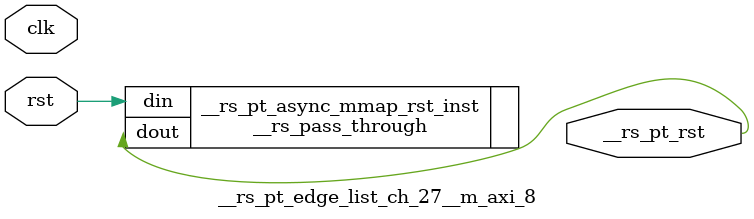
<source format=v>
`timescale 1 ns / 1 ps
/**   Generated by RapidStream   **/
module __rs_pt_edge_list_ch_27__m_axi_8 #(
    parameter BufferSize         = 32,
    parameter BufferSizeLog      = 5,
    parameter AddrWidth          = 64,
    parameter AxiSideAddrWidth   = 64,
    parameter DataWidth          = 512,
    parameter DataWidthBytesLog  = 6,
    parameter WaitTimeWidth      = 4,
    parameter BurstLenWidth      = 8,
    parameter EnableReadChannel  = 1,
    parameter EnableWriteChannel = 1,
    parameter MaxWaitTime        = 3,
    parameter MaxBurstLen        = 15
) (
    output wire __rs_pt_rst,
    input wire  clk,
    input wire  rst
);




__rs_pass_through #(
    .WIDTH (1)
) __rs_pt_async_mmap_rst_inst /**   Generated by RapidStream   **/ (
    .din  (rst),
    .dout (__rs_pt_rst)
);

endmodule  // __rs_pt_edge_list_ch_27__m_axi_8
</source>
